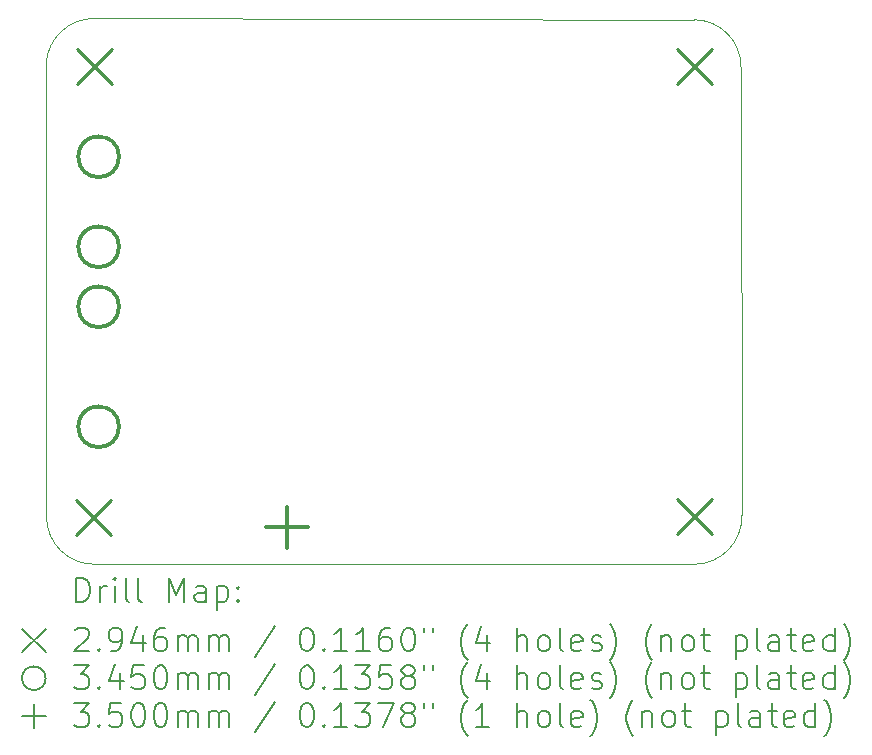
<source format=gbr>
%TF.GenerationSoftware,KiCad,Pcbnew,7.0.7*%
%TF.CreationDate,2023-11-13T23:42:37-06:00*%
%TF.ProjectId,ScienceHeaterElement_2023,53636965-6e63-4654-9865-61746572456c,rev?*%
%TF.SameCoordinates,Original*%
%TF.FileFunction,Drillmap*%
%TF.FilePolarity,Positive*%
%FSLAX45Y45*%
G04 Gerber Fmt 4.5, Leading zero omitted, Abs format (unit mm)*
G04 Created by KiCad (PCBNEW 7.0.7) date 2023-11-13 23:42:37*
%MOMM*%
%LPD*%
G01*
G04 APERTURE LIST*
%ADD10C,0.100000*%
%ADD11C,0.200000*%
%ADD12C,0.294640*%
%ADD13C,0.345000*%
%ADD14C,0.350000*%
G04 APERTURE END LIST*
D10*
X17780000Y-2652000D02*
X12702056Y-2640818D01*
X18176000Y-3050005D02*
X18183990Y-6845992D01*
X18176005Y-3050005D02*
G75*
G03*
X17780000Y-2652000I-396005J1995D01*
G01*
X17779990Y-7262168D02*
G75*
G03*
X18183990Y-6845992I10J404168D01*
G01*
X12295822Y-6858000D02*
G75*
G03*
X12711998Y-7262000I404178J0D01*
G01*
X12295820Y-6858000D02*
X12293690Y-3021276D01*
X12702056Y-2640817D02*
G75*
G03*
X12293690Y-3021276I-2056J-407183D01*
G01*
X17779990Y-7262170D02*
X12711998Y-7262000D01*
D11*
D12*
X12544438Y-6718922D02*
X12839078Y-7013562D01*
X12839078Y-6718922D02*
X12544438Y-7013562D01*
X12552680Y-2900680D02*
X12847320Y-3195320D01*
X12847320Y-2900680D02*
X12552680Y-3195320D01*
X17632680Y-2900680D02*
X17927320Y-3195320D01*
X17927320Y-2900680D02*
X17632680Y-3195320D01*
X17632680Y-6710680D02*
X17927320Y-7005320D01*
X17927320Y-6710680D02*
X17632680Y-7005320D01*
D13*
X12910125Y-3811875D02*
G75*
G03*
X12910125Y-3811875I-172500J0D01*
G01*
X12910125Y-4573875D02*
G75*
G03*
X12910125Y-4573875I-172500J0D01*
G01*
X12910125Y-5081875D02*
G75*
G03*
X12910125Y-5081875I-172500J0D01*
G01*
X12910125Y-6097875D02*
G75*
G03*
X12910125Y-6097875I-172500J0D01*
G01*
D14*
X14333220Y-6774200D02*
X14333220Y-7124200D01*
X14158220Y-6949200D02*
X14508220Y-6949200D01*
D11*
X12549467Y-7578662D02*
X12549467Y-7378662D01*
X12549467Y-7378662D02*
X12597086Y-7378662D01*
X12597086Y-7378662D02*
X12625657Y-7388186D01*
X12625657Y-7388186D02*
X12644705Y-7407233D01*
X12644705Y-7407233D02*
X12654229Y-7426281D01*
X12654229Y-7426281D02*
X12663753Y-7464376D01*
X12663753Y-7464376D02*
X12663753Y-7492948D01*
X12663753Y-7492948D02*
X12654229Y-7531043D01*
X12654229Y-7531043D02*
X12644705Y-7550090D01*
X12644705Y-7550090D02*
X12625657Y-7569138D01*
X12625657Y-7569138D02*
X12597086Y-7578662D01*
X12597086Y-7578662D02*
X12549467Y-7578662D01*
X12749467Y-7578662D02*
X12749467Y-7445328D01*
X12749467Y-7483424D02*
X12758991Y-7464376D01*
X12758991Y-7464376D02*
X12768514Y-7454852D01*
X12768514Y-7454852D02*
X12787562Y-7445328D01*
X12787562Y-7445328D02*
X12806610Y-7445328D01*
X12873276Y-7578662D02*
X12873276Y-7445328D01*
X12873276Y-7378662D02*
X12863753Y-7388186D01*
X12863753Y-7388186D02*
X12873276Y-7397709D01*
X12873276Y-7397709D02*
X12882800Y-7388186D01*
X12882800Y-7388186D02*
X12873276Y-7378662D01*
X12873276Y-7378662D02*
X12873276Y-7397709D01*
X12997086Y-7578662D02*
X12978038Y-7569138D01*
X12978038Y-7569138D02*
X12968514Y-7550090D01*
X12968514Y-7550090D02*
X12968514Y-7378662D01*
X13101848Y-7578662D02*
X13082800Y-7569138D01*
X13082800Y-7569138D02*
X13073276Y-7550090D01*
X13073276Y-7550090D02*
X13073276Y-7378662D01*
X13330419Y-7578662D02*
X13330419Y-7378662D01*
X13330419Y-7378662D02*
X13397086Y-7521519D01*
X13397086Y-7521519D02*
X13463753Y-7378662D01*
X13463753Y-7378662D02*
X13463753Y-7578662D01*
X13644705Y-7578662D02*
X13644705Y-7473900D01*
X13644705Y-7473900D02*
X13635181Y-7454852D01*
X13635181Y-7454852D02*
X13616134Y-7445328D01*
X13616134Y-7445328D02*
X13578038Y-7445328D01*
X13578038Y-7445328D02*
X13558991Y-7454852D01*
X13644705Y-7569138D02*
X13625657Y-7578662D01*
X13625657Y-7578662D02*
X13578038Y-7578662D01*
X13578038Y-7578662D02*
X13558991Y-7569138D01*
X13558991Y-7569138D02*
X13549467Y-7550090D01*
X13549467Y-7550090D02*
X13549467Y-7531043D01*
X13549467Y-7531043D02*
X13558991Y-7511995D01*
X13558991Y-7511995D02*
X13578038Y-7502471D01*
X13578038Y-7502471D02*
X13625657Y-7502471D01*
X13625657Y-7502471D02*
X13644705Y-7492948D01*
X13739943Y-7445328D02*
X13739943Y-7645328D01*
X13739943Y-7454852D02*
X13758991Y-7445328D01*
X13758991Y-7445328D02*
X13797086Y-7445328D01*
X13797086Y-7445328D02*
X13816134Y-7454852D01*
X13816134Y-7454852D02*
X13825657Y-7464376D01*
X13825657Y-7464376D02*
X13835181Y-7483424D01*
X13835181Y-7483424D02*
X13835181Y-7540567D01*
X13835181Y-7540567D02*
X13825657Y-7559614D01*
X13825657Y-7559614D02*
X13816134Y-7569138D01*
X13816134Y-7569138D02*
X13797086Y-7578662D01*
X13797086Y-7578662D02*
X13758991Y-7578662D01*
X13758991Y-7578662D02*
X13739943Y-7569138D01*
X13920895Y-7559614D02*
X13930419Y-7569138D01*
X13930419Y-7569138D02*
X13920895Y-7578662D01*
X13920895Y-7578662D02*
X13911372Y-7569138D01*
X13911372Y-7569138D02*
X13920895Y-7559614D01*
X13920895Y-7559614D02*
X13920895Y-7578662D01*
X13920895Y-7454852D02*
X13930419Y-7464376D01*
X13930419Y-7464376D02*
X13920895Y-7473900D01*
X13920895Y-7473900D02*
X13911372Y-7464376D01*
X13911372Y-7464376D02*
X13920895Y-7454852D01*
X13920895Y-7454852D02*
X13920895Y-7473900D01*
X12088690Y-7807178D02*
X12288690Y-8007178D01*
X12288690Y-7807178D02*
X12088690Y-8007178D01*
X12539943Y-7817709D02*
X12549467Y-7808186D01*
X12549467Y-7808186D02*
X12568514Y-7798662D01*
X12568514Y-7798662D02*
X12616134Y-7798662D01*
X12616134Y-7798662D02*
X12635181Y-7808186D01*
X12635181Y-7808186D02*
X12644705Y-7817709D01*
X12644705Y-7817709D02*
X12654229Y-7836757D01*
X12654229Y-7836757D02*
X12654229Y-7855805D01*
X12654229Y-7855805D02*
X12644705Y-7884376D01*
X12644705Y-7884376D02*
X12530419Y-7998662D01*
X12530419Y-7998662D02*
X12654229Y-7998662D01*
X12739943Y-7979614D02*
X12749467Y-7989138D01*
X12749467Y-7989138D02*
X12739943Y-7998662D01*
X12739943Y-7998662D02*
X12730419Y-7989138D01*
X12730419Y-7989138D02*
X12739943Y-7979614D01*
X12739943Y-7979614D02*
X12739943Y-7998662D01*
X12844705Y-7998662D02*
X12882800Y-7998662D01*
X12882800Y-7998662D02*
X12901848Y-7989138D01*
X12901848Y-7989138D02*
X12911372Y-7979614D01*
X12911372Y-7979614D02*
X12930419Y-7951043D01*
X12930419Y-7951043D02*
X12939943Y-7912948D01*
X12939943Y-7912948D02*
X12939943Y-7836757D01*
X12939943Y-7836757D02*
X12930419Y-7817709D01*
X12930419Y-7817709D02*
X12920895Y-7808186D01*
X12920895Y-7808186D02*
X12901848Y-7798662D01*
X12901848Y-7798662D02*
X12863753Y-7798662D01*
X12863753Y-7798662D02*
X12844705Y-7808186D01*
X12844705Y-7808186D02*
X12835181Y-7817709D01*
X12835181Y-7817709D02*
X12825657Y-7836757D01*
X12825657Y-7836757D02*
X12825657Y-7884376D01*
X12825657Y-7884376D02*
X12835181Y-7903424D01*
X12835181Y-7903424D02*
X12844705Y-7912948D01*
X12844705Y-7912948D02*
X12863753Y-7922471D01*
X12863753Y-7922471D02*
X12901848Y-7922471D01*
X12901848Y-7922471D02*
X12920895Y-7912948D01*
X12920895Y-7912948D02*
X12930419Y-7903424D01*
X12930419Y-7903424D02*
X12939943Y-7884376D01*
X13111372Y-7865328D02*
X13111372Y-7998662D01*
X13063753Y-7789138D02*
X13016134Y-7931995D01*
X13016134Y-7931995D02*
X13139943Y-7931995D01*
X13301848Y-7798662D02*
X13263753Y-7798662D01*
X13263753Y-7798662D02*
X13244705Y-7808186D01*
X13244705Y-7808186D02*
X13235181Y-7817709D01*
X13235181Y-7817709D02*
X13216134Y-7846281D01*
X13216134Y-7846281D02*
X13206610Y-7884376D01*
X13206610Y-7884376D02*
X13206610Y-7960567D01*
X13206610Y-7960567D02*
X13216134Y-7979614D01*
X13216134Y-7979614D02*
X13225657Y-7989138D01*
X13225657Y-7989138D02*
X13244705Y-7998662D01*
X13244705Y-7998662D02*
X13282800Y-7998662D01*
X13282800Y-7998662D02*
X13301848Y-7989138D01*
X13301848Y-7989138D02*
X13311372Y-7979614D01*
X13311372Y-7979614D02*
X13320895Y-7960567D01*
X13320895Y-7960567D02*
X13320895Y-7912948D01*
X13320895Y-7912948D02*
X13311372Y-7893900D01*
X13311372Y-7893900D02*
X13301848Y-7884376D01*
X13301848Y-7884376D02*
X13282800Y-7874852D01*
X13282800Y-7874852D02*
X13244705Y-7874852D01*
X13244705Y-7874852D02*
X13225657Y-7884376D01*
X13225657Y-7884376D02*
X13216134Y-7893900D01*
X13216134Y-7893900D02*
X13206610Y-7912948D01*
X13406610Y-7998662D02*
X13406610Y-7865328D01*
X13406610Y-7884376D02*
X13416134Y-7874852D01*
X13416134Y-7874852D02*
X13435181Y-7865328D01*
X13435181Y-7865328D02*
X13463753Y-7865328D01*
X13463753Y-7865328D02*
X13482800Y-7874852D01*
X13482800Y-7874852D02*
X13492324Y-7893900D01*
X13492324Y-7893900D02*
X13492324Y-7998662D01*
X13492324Y-7893900D02*
X13501848Y-7874852D01*
X13501848Y-7874852D02*
X13520895Y-7865328D01*
X13520895Y-7865328D02*
X13549467Y-7865328D01*
X13549467Y-7865328D02*
X13568515Y-7874852D01*
X13568515Y-7874852D02*
X13578038Y-7893900D01*
X13578038Y-7893900D02*
X13578038Y-7998662D01*
X13673276Y-7998662D02*
X13673276Y-7865328D01*
X13673276Y-7884376D02*
X13682800Y-7874852D01*
X13682800Y-7874852D02*
X13701848Y-7865328D01*
X13701848Y-7865328D02*
X13730419Y-7865328D01*
X13730419Y-7865328D02*
X13749467Y-7874852D01*
X13749467Y-7874852D02*
X13758991Y-7893900D01*
X13758991Y-7893900D02*
X13758991Y-7998662D01*
X13758991Y-7893900D02*
X13768515Y-7874852D01*
X13768515Y-7874852D02*
X13787562Y-7865328D01*
X13787562Y-7865328D02*
X13816134Y-7865328D01*
X13816134Y-7865328D02*
X13835181Y-7874852D01*
X13835181Y-7874852D02*
X13844705Y-7893900D01*
X13844705Y-7893900D02*
X13844705Y-7998662D01*
X14235181Y-7789138D02*
X14063753Y-8046281D01*
X14492324Y-7798662D02*
X14511372Y-7798662D01*
X14511372Y-7798662D02*
X14530419Y-7808186D01*
X14530419Y-7808186D02*
X14539943Y-7817709D01*
X14539943Y-7817709D02*
X14549467Y-7836757D01*
X14549467Y-7836757D02*
X14558991Y-7874852D01*
X14558991Y-7874852D02*
X14558991Y-7922471D01*
X14558991Y-7922471D02*
X14549467Y-7960567D01*
X14549467Y-7960567D02*
X14539943Y-7979614D01*
X14539943Y-7979614D02*
X14530419Y-7989138D01*
X14530419Y-7989138D02*
X14511372Y-7998662D01*
X14511372Y-7998662D02*
X14492324Y-7998662D01*
X14492324Y-7998662D02*
X14473277Y-7989138D01*
X14473277Y-7989138D02*
X14463753Y-7979614D01*
X14463753Y-7979614D02*
X14454229Y-7960567D01*
X14454229Y-7960567D02*
X14444705Y-7922471D01*
X14444705Y-7922471D02*
X14444705Y-7874852D01*
X14444705Y-7874852D02*
X14454229Y-7836757D01*
X14454229Y-7836757D02*
X14463753Y-7817709D01*
X14463753Y-7817709D02*
X14473277Y-7808186D01*
X14473277Y-7808186D02*
X14492324Y-7798662D01*
X14644705Y-7979614D02*
X14654229Y-7989138D01*
X14654229Y-7989138D02*
X14644705Y-7998662D01*
X14644705Y-7998662D02*
X14635181Y-7989138D01*
X14635181Y-7989138D02*
X14644705Y-7979614D01*
X14644705Y-7979614D02*
X14644705Y-7998662D01*
X14844705Y-7998662D02*
X14730419Y-7998662D01*
X14787562Y-7998662D02*
X14787562Y-7798662D01*
X14787562Y-7798662D02*
X14768515Y-7827233D01*
X14768515Y-7827233D02*
X14749467Y-7846281D01*
X14749467Y-7846281D02*
X14730419Y-7855805D01*
X15035181Y-7998662D02*
X14920896Y-7998662D01*
X14978038Y-7998662D02*
X14978038Y-7798662D01*
X14978038Y-7798662D02*
X14958991Y-7827233D01*
X14958991Y-7827233D02*
X14939943Y-7846281D01*
X14939943Y-7846281D02*
X14920896Y-7855805D01*
X15206610Y-7798662D02*
X15168515Y-7798662D01*
X15168515Y-7798662D02*
X15149467Y-7808186D01*
X15149467Y-7808186D02*
X15139943Y-7817709D01*
X15139943Y-7817709D02*
X15120896Y-7846281D01*
X15120896Y-7846281D02*
X15111372Y-7884376D01*
X15111372Y-7884376D02*
X15111372Y-7960567D01*
X15111372Y-7960567D02*
X15120896Y-7979614D01*
X15120896Y-7979614D02*
X15130419Y-7989138D01*
X15130419Y-7989138D02*
X15149467Y-7998662D01*
X15149467Y-7998662D02*
X15187562Y-7998662D01*
X15187562Y-7998662D02*
X15206610Y-7989138D01*
X15206610Y-7989138D02*
X15216134Y-7979614D01*
X15216134Y-7979614D02*
X15225658Y-7960567D01*
X15225658Y-7960567D02*
X15225658Y-7912948D01*
X15225658Y-7912948D02*
X15216134Y-7893900D01*
X15216134Y-7893900D02*
X15206610Y-7884376D01*
X15206610Y-7884376D02*
X15187562Y-7874852D01*
X15187562Y-7874852D02*
X15149467Y-7874852D01*
X15149467Y-7874852D02*
X15130419Y-7884376D01*
X15130419Y-7884376D02*
X15120896Y-7893900D01*
X15120896Y-7893900D02*
X15111372Y-7912948D01*
X15349467Y-7798662D02*
X15368515Y-7798662D01*
X15368515Y-7798662D02*
X15387562Y-7808186D01*
X15387562Y-7808186D02*
X15397086Y-7817709D01*
X15397086Y-7817709D02*
X15406610Y-7836757D01*
X15406610Y-7836757D02*
X15416134Y-7874852D01*
X15416134Y-7874852D02*
X15416134Y-7922471D01*
X15416134Y-7922471D02*
X15406610Y-7960567D01*
X15406610Y-7960567D02*
X15397086Y-7979614D01*
X15397086Y-7979614D02*
X15387562Y-7989138D01*
X15387562Y-7989138D02*
X15368515Y-7998662D01*
X15368515Y-7998662D02*
X15349467Y-7998662D01*
X15349467Y-7998662D02*
X15330419Y-7989138D01*
X15330419Y-7989138D02*
X15320896Y-7979614D01*
X15320896Y-7979614D02*
X15311372Y-7960567D01*
X15311372Y-7960567D02*
X15301848Y-7922471D01*
X15301848Y-7922471D02*
X15301848Y-7874852D01*
X15301848Y-7874852D02*
X15311372Y-7836757D01*
X15311372Y-7836757D02*
X15320896Y-7817709D01*
X15320896Y-7817709D02*
X15330419Y-7808186D01*
X15330419Y-7808186D02*
X15349467Y-7798662D01*
X15492324Y-7798662D02*
X15492324Y-7836757D01*
X15568515Y-7798662D02*
X15568515Y-7836757D01*
X15863753Y-8074852D02*
X15854229Y-8065328D01*
X15854229Y-8065328D02*
X15835181Y-8036757D01*
X15835181Y-8036757D02*
X15825658Y-8017709D01*
X15825658Y-8017709D02*
X15816134Y-7989138D01*
X15816134Y-7989138D02*
X15806610Y-7941519D01*
X15806610Y-7941519D02*
X15806610Y-7903424D01*
X15806610Y-7903424D02*
X15816134Y-7855805D01*
X15816134Y-7855805D02*
X15825658Y-7827233D01*
X15825658Y-7827233D02*
X15835181Y-7808186D01*
X15835181Y-7808186D02*
X15854229Y-7779614D01*
X15854229Y-7779614D02*
X15863753Y-7770090D01*
X16025658Y-7865328D02*
X16025658Y-7998662D01*
X15978039Y-7789138D02*
X15930420Y-7931995D01*
X15930420Y-7931995D02*
X16054229Y-7931995D01*
X16282801Y-7998662D02*
X16282801Y-7798662D01*
X16368515Y-7998662D02*
X16368515Y-7893900D01*
X16368515Y-7893900D02*
X16358991Y-7874852D01*
X16358991Y-7874852D02*
X16339943Y-7865328D01*
X16339943Y-7865328D02*
X16311372Y-7865328D01*
X16311372Y-7865328D02*
X16292324Y-7874852D01*
X16292324Y-7874852D02*
X16282801Y-7884376D01*
X16492324Y-7998662D02*
X16473277Y-7989138D01*
X16473277Y-7989138D02*
X16463753Y-7979614D01*
X16463753Y-7979614D02*
X16454229Y-7960567D01*
X16454229Y-7960567D02*
X16454229Y-7903424D01*
X16454229Y-7903424D02*
X16463753Y-7884376D01*
X16463753Y-7884376D02*
X16473277Y-7874852D01*
X16473277Y-7874852D02*
X16492324Y-7865328D01*
X16492324Y-7865328D02*
X16520896Y-7865328D01*
X16520896Y-7865328D02*
X16539943Y-7874852D01*
X16539943Y-7874852D02*
X16549467Y-7884376D01*
X16549467Y-7884376D02*
X16558991Y-7903424D01*
X16558991Y-7903424D02*
X16558991Y-7960567D01*
X16558991Y-7960567D02*
X16549467Y-7979614D01*
X16549467Y-7979614D02*
X16539943Y-7989138D01*
X16539943Y-7989138D02*
X16520896Y-7998662D01*
X16520896Y-7998662D02*
X16492324Y-7998662D01*
X16673277Y-7998662D02*
X16654229Y-7989138D01*
X16654229Y-7989138D02*
X16644705Y-7970090D01*
X16644705Y-7970090D02*
X16644705Y-7798662D01*
X16825658Y-7989138D02*
X16806610Y-7998662D01*
X16806610Y-7998662D02*
X16768515Y-7998662D01*
X16768515Y-7998662D02*
X16749467Y-7989138D01*
X16749467Y-7989138D02*
X16739943Y-7970090D01*
X16739943Y-7970090D02*
X16739943Y-7893900D01*
X16739943Y-7893900D02*
X16749467Y-7874852D01*
X16749467Y-7874852D02*
X16768515Y-7865328D01*
X16768515Y-7865328D02*
X16806610Y-7865328D01*
X16806610Y-7865328D02*
X16825658Y-7874852D01*
X16825658Y-7874852D02*
X16835182Y-7893900D01*
X16835182Y-7893900D02*
X16835182Y-7912948D01*
X16835182Y-7912948D02*
X16739943Y-7931995D01*
X16911372Y-7989138D02*
X16930420Y-7998662D01*
X16930420Y-7998662D02*
X16968515Y-7998662D01*
X16968515Y-7998662D02*
X16987563Y-7989138D01*
X16987563Y-7989138D02*
X16997086Y-7970090D01*
X16997086Y-7970090D02*
X16997086Y-7960567D01*
X16997086Y-7960567D02*
X16987563Y-7941519D01*
X16987563Y-7941519D02*
X16968515Y-7931995D01*
X16968515Y-7931995D02*
X16939944Y-7931995D01*
X16939944Y-7931995D02*
X16920896Y-7922471D01*
X16920896Y-7922471D02*
X16911372Y-7903424D01*
X16911372Y-7903424D02*
X16911372Y-7893900D01*
X16911372Y-7893900D02*
X16920896Y-7874852D01*
X16920896Y-7874852D02*
X16939944Y-7865328D01*
X16939944Y-7865328D02*
X16968515Y-7865328D01*
X16968515Y-7865328D02*
X16987563Y-7874852D01*
X17063753Y-8074852D02*
X17073277Y-8065328D01*
X17073277Y-8065328D02*
X17092325Y-8036757D01*
X17092325Y-8036757D02*
X17101848Y-8017709D01*
X17101848Y-8017709D02*
X17111372Y-7989138D01*
X17111372Y-7989138D02*
X17120896Y-7941519D01*
X17120896Y-7941519D02*
X17120896Y-7903424D01*
X17120896Y-7903424D02*
X17111372Y-7855805D01*
X17111372Y-7855805D02*
X17101848Y-7827233D01*
X17101848Y-7827233D02*
X17092325Y-7808186D01*
X17092325Y-7808186D02*
X17073277Y-7779614D01*
X17073277Y-7779614D02*
X17063753Y-7770090D01*
X17425658Y-8074852D02*
X17416134Y-8065328D01*
X17416134Y-8065328D02*
X17397086Y-8036757D01*
X17397086Y-8036757D02*
X17387563Y-8017709D01*
X17387563Y-8017709D02*
X17378039Y-7989138D01*
X17378039Y-7989138D02*
X17368515Y-7941519D01*
X17368515Y-7941519D02*
X17368515Y-7903424D01*
X17368515Y-7903424D02*
X17378039Y-7855805D01*
X17378039Y-7855805D02*
X17387563Y-7827233D01*
X17387563Y-7827233D02*
X17397086Y-7808186D01*
X17397086Y-7808186D02*
X17416134Y-7779614D01*
X17416134Y-7779614D02*
X17425658Y-7770090D01*
X17501848Y-7865328D02*
X17501848Y-7998662D01*
X17501848Y-7884376D02*
X17511372Y-7874852D01*
X17511372Y-7874852D02*
X17530420Y-7865328D01*
X17530420Y-7865328D02*
X17558991Y-7865328D01*
X17558991Y-7865328D02*
X17578039Y-7874852D01*
X17578039Y-7874852D02*
X17587563Y-7893900D01*
X17587563Y-7893900D02*
X17587563Y-7998662D01*
X17711372Y-7998662D02*
X17692325Y-7989138D01*
X17692325Y-7989138D02*
X17682801Y-7979614D01*
X17682801Y-7979614D02*
X17673277Y-7960567D01*
X17673277Y-7960567D02*
X17673277Y-7903424D01*
X17673277Y-7903424D02*
X17682801Y-7884376D01*
X17682801Y-7884376D02*
X17692325Y-7874852D01*
X17692325Y-7874852D02*
X17711372Y-7865328D01*
X17711372Y-7865328D02*
X17739944Y-7865328D01*
X17739944Y-7865328D02*
X17758991Y-7874852D01*
X17758991Y-7874852D02*
X17768515Y-7884376D01*
X17768515Y-7884376D02*
X17778039Y-7903424D01*
X17778039Y-7903424D02*
X17778039Y-7960567D01*
X17778039Y-7960567D02*
X17768515Y-7979614D01*
X17768515Y-7979614D02*
X17758991Y-7989138D01*
X17758991Y-7989138D02*
X17739944Y-7998662D01*
X17739944Y-7998662D02*
X17711372Y-7998662D01*
X17835182Y-7865328D02*
X17911372Y-7865328D01*
X17863753Y-7798662D02*
X17863753Y-7970090D01*
X17863753Y-7970090D02*
X17873277Y-7989138D01*
X17873277Y-7989138D02*
X17892325Y-7998662D01*
X17892325Y-7998662D02*
X17911372Y-7998662D01*
X18130420Y-7865328D02*
X18130420Y-8065328D01*
X18130420Y-7874852D02*
X18149467Y-7865328D01*
X18149467Y-7865328D02*
X18187563Y-7865328D01*
X18187563Y-7865328D02*
X18206610Y-7874852D01*
X18206610Y-7874852D02*
X18216134Y-7884376D01*
X18216134Y-7884376D02*
X18225658Y-7903424D01*
X18225658Y-7903424D02*
X18225658Y-7960567D01*
X18225658Y-7960567D02*
X18216134Y-7979614D01*
X18216134Y-7979614D02*
X18206610Y-7989138D01*
X18206610Y-7989138D02*
X18187563Y-7998662D01*
X18187563Y-7998662D02*
X18149467Y-7998662D01*
X18149467Y-7998662D02*
X18130420Y-7989138D01*
X18339944Y-7998662D02*
X18320896Y-7989138D01*
X18320896Y-7989138D02*
X18311372Y-7970090D01*
X18311372Y-7970090D02*
X18311372Y-7798662D01*
X18501848Y-7998662D02*
X18501848Y-7893900D01*
X18501848Y-7893900D02*
X18492325Y-7874852D01*
X18492325Y-7874852D02*
X18473277Y-7865328D01*
X18473277Y-7865328D02*
X18435182Y-7865328D01*
X18435182Y-7865328D02*
X18416134Y-7874852D01*
X18501848Y-7989138D02*
X18482801Y-7998662D01*
X18482801Y-7998662D02*
X18435182Y-7998662D01*
X18435182Y-7998662D02*
X18416134Y-7989138D01*
X18416134Y-7989138D02*
X18406610Y-7970090D01*
X18406610Y-7970090D02*
X18406610Y-7951043D01*
X18406610Y-7951043D02*
X18416134Y-7931995D01*
X18416134Y-7931995D02*
X18435182Y-7922471D01*
X18435182Y-7922471D02*
X18482801Y-7922471D01*
X18482801Y-7922471D02*
X18501848Y-7912948D01*
X18568515Y-7865328D02*
X18644706Y-7865328D01*
X18597087Y-7798662D02*
X18597087Y-7970090D01*
X18597087Y-7970090D02*
X18606610Y-7989138D01*
X18606610Y-7989138D02*
X18625658Y-7998662D01*
X18625658Y-7998662D02*
X18644706Y-7998662D01*
X18787563Y-7989138D02*
X18768515Y-7998662D01*
X18768515Y-7998662D02*
X18730420Y-7998662D01*
X18730420Y-7998662D02*
X18711372Y-7989138D01*
X18711372Y-7989138D02*
X18701848Y-7970090D01*
X18701848Y-7970090D02*
X18701848Y-7893900D01*
X18701848Y-7893900D02*
X18711372Y-7874852D01*
X18711372Y-7874852D02*
X18730420Y-7865328D01*
X18730420Y-7865328D02*
X18768515Y-7865328D01*
X18768515Y-7865328D02*
X18787563Y-7874852D01*
X18787563Y-7874852D02*
X18797087Y-7893900D01*
X18797087Y-7893900D02*
X18797087Y-7912948D01*
X18797087Y-7912948D02*
X18701848Y-7931995D01*
X18968515Y-7998662D02*
X18968515Y-7798662D01*
X18968515Y-7989138D02*
X18949468Y-7998662D01*
X18949468Y-7998662D02*
X18911372Y-7998662D01*
X18911372Y-7998662D02*
X18892325Y-7989138D01*
X18892325Y-7989138D02*
X18882801Y-7979614D01*
X18882801Y-7979614D02*
X18873277Y-7960567D01*
X18873277Y-7960567D02*
X18873277Y-7903424D01*
X18873277Y-7903424D02*
X18882801Y-7884376D01*
X18882801Y-7884376D02*
X18892325Y-7874852D01*
X18892325Y-7874852D02*
X18911372Y-7865328D01*
X18911372Y-7865328D02*
X18949468Y-7865328D01*
X18949468Y-7865328D02*
X18968515Y-7874852D01*
X19044706Y-8074852D02*
X19054229Y-8065328D01*
X19054229Y-8065328D02*
X19073277Y-8036757D01*
X19073277Y-8036757D02*
X19082801Y-8017709D01*
X19082801Y-8017709D02*
X19092325Y-7989138D01*
X19092325Y-7989138D02*
X19101848Y-7941519D01*
X19101848Y-7941519D02*
X19101848Y-7903424D01*
X19101848Y-7903424D02*
X19092325Y-7855805D01*
X19092325Y-7855805D02*
X19082801Y-7827233D01*
X19082801Y-7827233D02*
X19073277Y-7808186D01*
X19073277Y-7808186D02*
X19054229Y-7779614D01*
X19054229Y-7779614D02*
X19044706Y-7770090D01*
X12288690Y-8227178D02*
G75*
G03*
X12288690Y-8227178I-100000J0D01*
G01*
X12530419Y-8118662D02*
X12654229Y-8118662D01*
X12654229Y-8118662D02*
X12587562Y-8194852D01*
X12587562Y-8194852D02*
X12616134Y-8194852D01*
X12616134Y-8194852D02*
X12635181Y-8204376D01*
X12635181Y-8204376D02*
X12644705Y-8213900D01*
X12644705Y-8213900D02*
X12654229Y-8232948D01*
X12654229Y-8232948D02*
X12654229Y-8280567D01*
X12654229Y-8280567D02*
X12644705Y-8299614D01*
X12644705Y-8299614D02*
X12635181Y-8309138D01*
X12635181Y-8309138D02*
X12616134Y-8318662D01*
X12616134Y-8318662D02*
X12558991Y-8318662D01*
X12558991Y-8318662D02*
X12539943Y-8309138D01*
X12539943Y-8309138D02*
X12530419Y-8299614D01*
X12739943Y-8299614D02*
X12749467Y-8309138D01*
X12749467Y-8309138D02*
X12739943Y-8318662D01*
X12739943Y-8318662D02*
X12730419Y-8309138D01*
X12730419Y-8309138D02*
X12739943Y-8299614D01*
X12739943Y-8299614D02*
X12739943Y-8318662D01*
X12920895Y-8185328D02*
X12920895Y-8318662D01*
X12873276Y-8109138D02*
X12825657Y-8251995D01*
X12825657Y-8251995D02*
X12949467Y-8251995D01*
X13120895Y-8118662D02*
X13025657Y-8118662D01*
X13025657Y-8118662D02*
X13016134Y-8213900D01*
X13016134Y-8213900D02*
X13025657Y-8204376D01*
X13025657Y-8204376D02*
X13044705Y-8194852D01*
X13044705Y-8194852D02*
X13092324Y-8194852D01*
X13092324Y-8194852D02*
X13111372Y-8204376D01*
X13111372Y-8204376D02*
X13120895Y-8213900D01*
X13120895Y-8213900D02*
X13130419Y-8232948D01*
X13130419Y-8232948D02*
X13130419Y-8280567D01*
X13130419Y-8280567D02*
X13120895Y-8299614D01*
X13120895Y-8299614D02*
X13111372Y-8309138D01*
X13111372Y-8309138D02*
X13092324Y-8318662D01*
X13092324Y-8318662D02*
X13044705Y-8318662D01*
X13044705Y-8318662D02*
X13025657Y-8309138D01*
X13025657Y-8309138D02*
X13016134Y-8299614D01*
X13254229Y-8118662D02*
X13273276Y-8118662D01*
X13273276Y-8118662D02*
X13292324Y-8128186D01*
X13292324Y-8128186D02*
X13301848Y-8137709D01*
X13301848Y-8137709D02*
X13311372Y-8156757D01*
X13311372Y-8156757D02*
X13320895Y-8194852D01*
X13320895Y-8194852D02*
X13320895Y-8242471D01*
X13320895Y-8242471D02*
X13311372Y-8280567D01*
X13311372Y-8280567D02*
X13301848Y-8299614D01*
X13301848Y-8299614D02*
X13292324Y-8309138D01*
X13292324Y-8309138D02*
X13273276Y-8318662D01*
X13273276Y-8318662D02*
X13254229Y-8318662D01*
X13254229Y-8318662D02*
X13235181Y-8309138D01*
X13235181Y-8309138D02*
X13225657Y-8299614D01*
X13225657Y-8299614D02*
X13216134Y-8280567D01*
X13216134Y-8280567D02*
X13206610Y-8242471D01*
X13206610Y-8242471D02*
X13206610Y-8194852D01*
X13206610Y-8194852D02*
X13216134Y-8156757D01*
X13216134Y-8156757D02*
X13225657Y-8137709D01*
X13225657Y-8137709D02*
X13235181Y-8128186D01*
X13235181Y-8128186D02*
X13254229Y-8118662D01*
X13406610Y-8318662D02*
X13406610Y-8185328D01*
X13406610Y-8204376D02*
X13416134Y-8194852D01*
X13416134Y-8194852D02*
X13435181Y-8185328D01*
X13435181Y-8185328D02*
X13463753Y-8185328D01*
X13463753Y-8185328D02*
X13482800Y-8194852D01*
X13482800Y-8194852D02*
X13492324Y-8213900D01*
X13492324Y-8213900D02*
X13492324Y-8318662D01*
X13492324Y-8213900D02*
X13501848Y-8194852D01*
X13501848Y-8194852D02*
X13520895Y-8185328D01*
X13520895Y-8185328D02*
X13549467Y-8185328D01*
X13549467Y-8185328D02*
X13568515Y-8194852D01*
X13568515Y-8194852D02*
X13578038Y-8213900D01*
X13578038Y-8213900D02*
X13578038Y-8318662D01*
X13673276Y-8318662D02*
X13673276Y-8185328D01*
X13673276Y-8204376D02*
X13682800Y-8194852D01*
X13682800Y-8194852D02*
X13701848Y-8185328D01*
X13701848Y-8185328D02*
X13730419Y-8185328D01*
X13730419Y-8185328D02*
X13749467Y-8194852D01*
X13749467Y-8194852D02*
X13758991Y-8213900D01*
X13758991Y-8213900D02*
X13758991Y-8318662D01*
X13758991Y-8213900D02*
X13768515Y-8194852D01*
X13768515Y-8194852D02*
X13787562Y-8185328D01*
X13787562Y-8185328D02*
X13816134Y-8185328D01*
X13816134Y-8185328D02*
X13835181Y-8194852D01*
X13835181Y-8194852D02*
X13844705Y-8213900D01*
X13844705Y-8213900D02*
X13844705Y-8318662D01*
X14235181Y-8109138D02*
X14063753Y-8366281D01*
X14492324Y-8118662D02*
X14511372Y-8118662D01*
X14511372Y-8118662D02*
X14530419Y-8128186D01*
X14530419Y-8128186D02*
X14539943Y-8137709D01*
X14539943Y-8137709D02*
X14549467Y-8156757D01*
X14549467Y-8156757D02*
X14558991Y-8194852D01*
X14558991Y-8194852D02*
X14558991Y-8242471D01*
X14558991Y-8242471D02*
X14549467Y-8280567D01*
X14549467Y-8280567D02*
X14539943Y-8299614D01*
X14539943Y-8299614D02*
X14530419Y-8309138D01*
X14530419Y-8309138D02*
X14511372Y-8318662D01*
X14511372Y-8318662D02*
X14492324Y-8318662D01*
X14492324Y-8318662D02*
X14473277Y-8309138D01*
X14473277Y-8309138D02*
X14463753Y-8299614D01*
X14463753Y-8299614D02*
X14454229Y-8280567D01*
X14454229Y-8280567D02*
X14444705Y-8242471D01*
X14444705Y-8242471D02*
X14444705Y-8194852D01*
X14444705Y-8194852D02*
X14454229Y-8156757D01*
X14454229Y-8156757D02*
X14463753Y-8137709D01*
X14463753Y-8137709D02*
X14473277Y-8128186D01*
X14473277Y-8128186D02*
X14492324Y-8118662D01*
X14644705Y-8299614D02*
X14654229Y-8309138D01*
X14654229Y-8309138D02*
X14644705Y-8318662D01*
X14644705Y-8318662D02*
X14635181Y-8309138D01*
X14635181Y-8309138D02*
X14644705Y-8299614D01*
X14644705Y-8299614D02*
X14644705Y-8318662D01*
X14844705Y-8318662D02*
X14730419Y-8318662D01*
X14787562Y-8318662D02*
X14787562Y-8118662D01*
X14787562Y-8118662D02*
X14768515Y-8147233D01*
X14768515Y-8147233D02*
X14749467Y-8166281D01*
X14749467Y-8166281D02*
X14730419Y-8175805D01*
X14911372Y-8118662D02*
X15035181Y-8118662D01*
X15035181Y-8118662D02*
X14968515Y-8194852D01*
X14968515Y-8194852D02*
X14997086Y-8194852D01*
X14997086Y-8194852D02*
X15016134Y-8204376D01*
X15016134Y-8204376D02*
X15025658Y-8213900D01*
X15025658Y-8213900D02*
X15035181Y-8232948D01*
X15035181Y-8232948D02*
X15035181Y-8280567D01*
X15035181Y-8280567D02*
X15025658Y-8299614D01*
X15025658Y-8299614D02*
X15016134Y-8309138D01*
X15016134Y-8309138D02*
X14997086Y-8318662D01*
X14997086Y-8318662D02*
X14939943Y-8318662D01*
X14939943Y-8318662D02*
X14920896Y-8309138D01*
X14920896Y-8309138D02*
X14911372Y-8299614D01*
X15216134Y-8118662D02*
X15120896Y-8118662D01*
X15120896Y-8118662D02*
X15111372Y-8213900D01*
X15111372Y-8213900D02*
X15120896Y-8204376D01*
X15120896Y-8204376D02*
X15139943Y-8194852D01*
X15139943Y-8194852D02*
X15187562Y-8194852D01*
X15187562Y-8194852D02*
X15206610Y-8204376D01*
X15206610Y-8204376D02*
X15216134Y-8213900D01*
X15216134Y-8213900D02*
X15225658Y-8232948D01*
X15225658Y-8232948D02*
X15225658Y-8280567D01*
X15225658Y-8280567D02*
X15216134Y-8299614D01*
X15216134Y-8299614D02*
X15206610Y-8309138D01*
X15206610Y-8309138D02*
X15187562Y-8318662D01*
X15187562Y-8318662D02*
X15139943Y-8318662D01*
X15139943Y-8318662D02*
X15120896Y-8309138D01*
X15120896Y-8309138D02*
X15111372Y-8299614D01*
X15339943Y-8204376D02*
X15320896Y-8194852D01*
X15320896Y-8194852D02*
X15311372Y-8185328D01*
X15311372Y-8185328D02*
X15301848Y-8166281D01*
X15301848Y-8166281D02*
X15301848Y-8156757D01*
X15301848Y-8156757D02*
X15311372Y-8137709D01*
X15311372Y-8137709D02*
X15320896Y-8128186D01*
X15320896Y-8128186D02*
X15339943Y-8118662D01*
X15339943Y-8118662D02*
X15378039Y-8118662D01*
X15378039Y-8118662D02*
X15397086Y-8128186D01*
X15397086Y-8128186D02*
X15406610Y-8137709D01*
X15406610Y-8137709D02*
X15416134Y-8156757D01*
X15416134Y-8156757D02*
X15416134Y-8166281D01*
X15416134Y-8166281D02*
X15406610Y-8185328D01*
X15406610Y-8185328D02*
X15397086Y-8194852D01*
X15397086Y-8194852D02*
X15378039Y-8204376D01*
X15378039Y-8204376D02*
X15339943Y-8204376D01*
X15339943Y-8204376D02*
X15320896Y-8213900D01*
X15320896Y-8213900D02*
X15311372Y-8223424D01*
X15311372Y-8223424D02*
X15301848Y-8242471D01*
X15301848Y-8242471D02*
X15301848Y-8280567D01*
X15301848Y-8280567D02*
X15311372Y-8299614D01*
X15311372Y-8299614D02*
X15320896Y-8309138D01*
X15320896Y-8309138D02*
X15339943Y-8318662D01*
X15339943Y-8318662D02*
X15378039Y-8318662D01*
X15378039Y-8318662D02*
X15397086Y-8309138D01*
X15397086Y-8309138D02*
X15406610Y-8299614D01*
X15406610Y-8299614D02*
X15416134Y-8280567D01*
X15416134Y-8280567D02*
X15416134Y-8242471D01*
X15416134Y-8242471D02*
X15406610Y-8223424D01*
X15406610Y-8223424D02*
X15397086Y-8213900D01*
X15397086Y-8213900D02*
X15378039Y-8204376D01*
X15492324Y-8118662D02*
X15492324Y-8156757D01*
X15568515Y-8118662D02*
X15568515Y-8156757D01*
X15863753Y-8394852D02*
X15854229Y-8385328D01*
X15854229Y-8385328D02*
X15835181Y-8356757D01*
X15835181Y-8356757D02*
X15825658Y-8337709D01*
X15825658Y-8337709D02*
X15816134Y-8309138D01*
X15816134Y-8309138D02*
X15806610Y-8261519D01*
X15806610Y-8261519D02*
X15806610Y-8223424D01*
X15806610Y-8223424D02*
X15816134Y-8175805D01*
X15816134Y-8175805D02*
X15825658Y-8147233D01*
X15825658Y-8147233D02*
X15835181Y-8128186D01*
X15835181Y-8128186D02*
X15854229Y-8099614D01*
X15854229Y-8099614D02*
X15863753Y-8090090D01*
X16025658Y-8185328D02*
X16025658Y-8318662D01*
X15978039Y-8109138D02*
X15930420Y-8251995D01*
X15930420Y-8251995D02*
X16054229Y-8251995D01*
X16282801Y-8318662D02*
X16282801Y-8118662D01*
X16368515Y-8318662D02*
X16368515Y-8213900D01*
X16368515Y-8213900D02*
X16358991Y-8194852D01*
X16358991Y-8194852D02*
X16339943Y-8185328D01*
X16339943Y-8185328D02*
X16311372Y-8185328D01*
X16311372Y-8185328D02*
X16292324Y-8194852D01*
X16292324Y-8194852D02*
X16282801Y-8204376D01*
X16492324Y-8318662D02*
X16473277Y-8309138D01*
X16473277Y-8309138D02*
X16463753Y-8299614D01*
X16463753Y-8299614D02*
X16454229Y-8280567D01*
X16454229Y-8280567D02*
X16454229Y-8223424D01*
X16454229Y-8223424D02*
X16463753Y-8204376D01*
X16463753Y-8204376D02*
X16473277Y-8194852D01*
X16473277Y-8194852D02*
X16492324Y-8185328D01*
X16492324Y-8185328D02*
X16520896Y-8185328D01*
X16520896Y-8185328D02*
X16539943Y-8194852D01*
X16539943Y-8194852D02*
X16549467Y-8204376D01*
X16549467Y-8204376D02*
X16558991Y-8223424D01*
X16558991Y-8223424D02*
X16558991Y-8280567D01*
X16558991Y-8280567D02*
X16549467Y-8299614D01*
X16549467Y-8299614D02*
X16539943Y-8309138D01*
X16539943Y-8309138D02*
X16520896Y-8318662D01*
X16520896Y-8318662D02*
X16492324Y-8318662D01*
X16673277Y-8318662D02*
X16654229Y-8309138D01*
X16654229Y-8309138D02*
X16644705Y-8290090D01*
X16644705Y-8290090D02*
X16644705Y-8118662D01*
X16825658Y-8309138D02*
X16806610Y-8318662D01*
X16806610Y-8318662D02*
X16768515Y-8318662D01*
X16768515Y-8318662D02*
X16749467Y-8309138D01*
X16749467Y-8309138D02*
X16739943Y-8290090D01*
X16739943Y-8290090D02*
X16739943Y-8213900D01*
X16739943Y-8213900D02*
X16749467Y-8194852D01*
X16749467Y-8194852D02*
X16768515Y-8185328D01*
X16768515Y-8185328D02*
X16806610Y-8185328D01*
X16806610Y-8185328D02*
X16825658Y-8194852D01*
X16825658Y-8194852D02*
X16835182Y-8213900D01*
X16835182Y-8213900D02*
X16835182Y-8232948D01*
X16835182Y-8232948D02*
X16739943Y-8251995D01*
X16911372Y-8309138D02*
X16930420Y-8318662D01*
X16930420Y-8318662D02*
X16968515Y-8318662D01*
X16968515Y-8318662D02*
X16987563Y-8309138D01*
X16987563Y-8309138D02*
X16997086Y-8290090D01*
X16997086Y-8290090D02*
X16997086Y-8280567D01*
X16997086Y-8280567D02*
X16987563Y-8261519D01*
X16987563Y-8261519D02*
X16968515Y-8251995D01*
X16968515Y-8251995D02*
X16939944Y-8251995D01*
X16939944Y-8251995D02*
X16920896Y-8242471D01*
X16920896Y-8242471D02*
X16911372Y-8223424D01*
X16911372Y-8223424D02*
X16911372Y-8213900D01*
X16911372Y-8213900D02*
X16920896Y-8194852D01*
X16920896Y-8194852D02*
X16939944Y-8185328D01*
X16939944Y-8185328D02*
X16968515Y-8185328D01*
X16968515Y-8185328D02*
X16987563Y-8194852D01*
X17063753Y-8394852D02*
X17073277Y-8385328D01*
X17073277Y-8385328D02*
X17092325Y-8356757D01*
X17092325Y-8356757D02*
X17101848Y-8337709D01*
X17101848Y-8337709D02*
X17111372Y-8309138D01*
X17111372Y-8309138D02*
X17120896Y-8261519D01*
X17120896Y-8261519D02*
X17120896Y-8223424D01*
X17120896Y-8223424D02*
X17111372Y-8175805D01*
X17111372Y-8175805D02*
X17101848Y-8147233D01*
X17101848Y-8147233D02*
X17092325Y-8128186D01*
X17092325Y-8128186D02*
X17073277Y-8099614D01*
X17073277Y-8099614D02*
X17063753Y-8090090D01*
X17425658Y-8394852D02*
X17416134Y-8385328D01*
X17416134Y-8385328D02*
X17397086Y-8356757D01*
X17397086Y-8356757D02*
X17387563Y-8337709D01*
X17387563Y-8337709D02*
X17378039Y-8309138D01*
X17378039Y-8309138D02*
X17368515Y-8261519D01*
X17368515Y-8261519D02*
X17368515Y-8223424D01*
X17368515Y-8223424D02*
X17378039Y-8175805D01*
X17378039Y-8175805D02*
X17387563Y-8147233D01*
X17387563Y-8147233D02*
X17397086Y-8128186D01*
X17397086Y-8128186D02*
X17416134Y-8099614D01*
X17416134Y-8099614D02*
X17425658Y-8090090D01*
X17501848Y-8185328D02*
X17501848Y-8318662D01*
X17501848Y-8204376D02*
X17511372Y-8194852D01*
X17511372Y-8194852D02*
X17530420Y-8185328D01*
X17530420Y-8185328D02*
X17558991Y-8185328D01*
X17558991Y-8185328D02*
X17578039Y-8194852D01*
X17578039Y-8194852D02*
X17587563Y-8213900D01*
X17587563Y-8213900D02*
X17587563Y-8318662D01*
X17711372Y-8318662D02*
X17692325Y-8309138D01*
X17692325Y-8309138D02*
X17682801Y-8299614D01*
X17682801Y-8299614D02*
X17673277Y-8280567D01*
X17673277Y-8280567D02*
X17673277Y-8223424D01*
X17673277Y-8223424D02*
X17682801Y-8204376D01*
X17682801Y-8204376D02*
X17692325Y-8194852D01*
X17692325Y-8194852D02*
X17711372Y-8185328D01*
X17711372Y-8185328D02*
X17739944Y-8185328D01*
X17739944Y-8185328D02*
X17758991Y-8194852D01*
X17758991Y-8194852D02*
X17768515Y-8204376D01*
X17768515Y-8204376D02*
X17778039Y-8223424D01*
X17778039Y-8223424D02*
X17778039Y-8280567D01*
X17778039Y-8280567D02*
X17768515Y-8299614D01*
X17768515Y-8299614D02*
X17758991Y-8309138D01*
X17758991Y-8309138D02*
X17739944Y-8318662D01*
X17739944Y-8318662D02*
X17711372Y-8318662D01*
X17835182Y-8185328D02*
X17911372Y-8185328D01*
X17863753Y-8118662D02*
X17863753Y-8290090D01*
X17863753Y-8290090D02*
X17873277Y-8309138D01*
X17873277Y-8309138D02*
X17892325Y-8318662D01*
X17892325Y-8318662D02*
X17911372Y-8318662D01*
X18130420Y-8185328D02*
X18130420Y-8385328D01*
X18130420Y-8194852D02*
X18149467Y-8185328D01*
X18149467Y-8185328D02*
X18187563Y-8185328D01*
X18187563Y-8185328D02*
X18206610Y-8194852D01*
X18206610Y-8194852D02*
X18216134Y-8204376D01*
X18216134Y-8204376D02*
X18225658Y-8223424D01*
X18225658Y-8223424D02*
X18225658Y-8280567D01*
X18225658Y-8280567D02*
X18216134Y-8299614D01*
X18216134Y-8299614D02*
X18206610Y-8309138D01*
X18206610Y-8309138D02*
X18187563Y-8318662D01*
X18187563Y-8318662D02*
X18149467Y-8318662D01*
X18149467Y-8318662D02*
X18130420Y-8309138D01*
X18339944Y-8318662D02*
X18320896Y-8309138D01*
X18320896Y-8309138D02*
X18311372Y-8290090D01*
X18311372Y-8290090D02*
X18311372Y-8118662D01*
X18501848Y-8318662D02*
X18501848Y-8213900D01*
X18501848Y-8213900D02*
X18492325Y-8194852D01*
X18492325Y-8194852D02*
X18473277Y-8185328D01*
X18473277Y-8185328D02*
X18435182Y-8185328D01*
X18435182Y-8185328D02*
X18416134Y-8194852D01*
X18501848Y-8309138D02*
X18482801Y-8318662D01*
X18482801Y-8318662D02*
X18435182Y-8318662D01*
X18435182Y-8318662D02*
X18416134Y-8309138D01*
X18416134Y-8309138D02*
X18406610Y-8290090D01*
X18406610Y-8290090D02*
X18406610Y-8271043D01*
X18406610Y-8271043D02*
X18416134Y-8251995D01*
X18416134Y-8251995D02*
X18435182Y-8242471D01*
X18435182Y-8242471D02*
X18482801Y-8242471D01*
X18482801Y-8242471D02*
X18501848Y-8232948D01*
X18568515Y-8185328D02*
X18644706Y-8185328D01*
X18597087Y-8118662D02*
X18597087Y-8290090D01*
X18597087Y-8290090D02*
X18606610Y-8309138D01*
X18606610Y-8309138D02*
X18625658Y-8318662D01*
X18625658Y-8318662D02*
X18644706Y-8318662D01*
X18787563Y-8309138D02*
X18768515Y-8318662D01*
X18768515Y-8318662D02*
X18730420Y-8318662D01*
X18730420Y-8318662D02*
X18711372Y-8309138D01*
X18711372Y-8309138D02*
X18701848Y-8290090D01*
X18701848Y-8290090D02*
X18701848Y-8213900D01*
X18701848Y-8213900D02*
X18711372Y-8194852D01*
X18711372Y-8194852D02*
X18730420Y-8185328D01*
X18730420Y-8185328D02*
X18768515Y-8185328D01*
X18768515Y-8185328D02*
X18787563Y-8194852D01*
X18787563Y-8194852D02*
X18797087Y-8213900D01*
X18797087Y-8213900D02*
X18797087Y-8232948D01*
X18797087Y-8232948D02*
X18701848Y-8251995D01*
X18968515Y-8318662D02*
X18968515Y-8118662D01*
X18968515Y-8309138D02*
X18949468Y-8318662D01*
X18949468Y-8318662D02*
X18911372Y-8318662D01*
X18911372Y-8318662D02*
X18892325Y-8309138D01*
X18892325Y-8309138D02*
X18882801Y-8299614D01*
X18882801Y-8299614D02*
X18873277Y-8280567D01*
X18873277Y-8280567D02*
X18873277Y-8223424D01*
X18873277Y-8223424D02*
X18882801Y-8204376D01*
X18882801Y-8204376D02*
X18892325Y-8194852D01*
X18892325Y-8194852D02*
X18911372Y-8185328D01*
X18911372Y-8185328D02*
X18949468Y-8185328D01*
X18949468Y-8185328D02*
X18968515Y-8194852D01*
X19044706Y-8394852D02*
X19054229Y-8385328D01*
X19054229Y-8385328D02*
X19073277Y-8356757D01*
X19073277Y-8356757D02*
X19082801Y-8337709D01*
X19082801Y-8337709D02*
X19092325Y-8309138D01*
X19092325Y-8309138D02*
X19101848Y-8261519D01*
X19101848Y-8261519D02*
X19101848Y-8223424D01*
X19101848Y-8223424D02*
X19092325Y-8175805D01*
X19092325Y-8175805D02*
X19082801Y-8147233D01*
X19082801Y-8147233D02*
X19073277Y-8128186D01*
X19073277Y-8128186D02*
X19054229Y-8099614D01*
X19054229Y-8099614D02*
X19044706Y-8090090D01*
X12188690Y-8447178D02*
X12188690Y-8647178D01*
X12088690Y-8547178D02*
X12288690Y-8547178D01*
X12530419Y-8438662D02*
X12654229Y-8438662D01*
X12654229Y-8438662D02*
X12587562Y-8514852D01*
X12587562Y-8514852D02*
X12616134Y-8514852D01*
X12616134Y-8514852D02*
X12635181Y-8524376D01*
X12635181Y-8524376D02*
X12644705Y-8533900D01*
X12644705Y-8533900D02*
X12654229Y-8552948D01*
X12654229Y-8552948D02*
X12654229Y-8600567D01*
X12654229Y-8600567D02*
X12644705Y-8619614D01*
X12644705Y-8619614D02*
X12635181Y-8629138D01*
X12635181Y-8629138D02*
X12616134Y-8638662D01*
X12616134Y-8638662D02*
X12558991Y-8638662D01*
X12558991Y-8638662D02*
X12539943Y-8629138D01*
X12539943Y-8629138D02*
X12530419Y-8619614D01*
X12739943Y-8619614D02*
X12749467Y-8629138D01*
X12749467Y-8629138D02*
X12739943Y-8638662D01*
X12739943Y-8638662D02*
X12730419Y-8629138D01*
X12730419Y-8629138D02*
X12739943Y-8619614D01*
X12739943Y-8619614D02*
X12739943Y-8638662D01*
X12930419Y-8438662D02*
X12835181Y-8438662D01*
X12835181Y-8438662D02*
X12825657Y-8533900D01*
X12825657Y-8533900D02*
X12835181Y-8524376D01*
X12835181Y-8524376D02*
X12854229Y-8514852D01*
X12854229Y-8514852D02*
X12901848Y-8514852D01*
X12901848Y-8514852D02*
X12920895Y-8524376D01*
X12920895Y-8524376D02*
X12930419Y-8533900D01*
X12930419Y-8533900D02*
X12939943Y-8552948D01*
X12939943Y-8552948D02*
X12939943Y-8600567D01*
X12939943Y-8600567D02*
X12930419Y-8619614D01*
X12930419Y-8619614D02*
X12920895Y-8629138D01*
X12920895Y-8629138D02*
X12901848Y-8638662D01*
X12901848Y-8638662D02*
X12854229Y-8638662D01*
X12854229Y-8638662D02*
X12835181Y-8629138D01*
X12835181Y-8629138D02*
X12825657Y-8619614D01*
X13063753Y-8438662D02*
X13082800Y-8438662D01*
X13082800Y-8438662D02*
X13101848Y-8448186D01*
X13101848Y-8448186D02*
X13111372Y-8457710D01*
X13111372Y-8457710D02*
X13120895Y-8476757D01*
X13120895Y-8476757D02*
X13130419Y-8514852D01*
X13130419Y-8514852D02*
X13130419Y-8562471D01*
X13130419Y-8562471D02*
X13120895Y-8600567D01*
X13120895Y-8600567D02*
X13111372Y-8619614D01*
X13111372Y-8619614D02*
X13101848Y-8629138D01*
X13101848Y-8629138D02*
X13082800Y-8638662D01*
X13082800Y-8638662D02*
X13063753Y-8638662D01*
X13063753Y-8638662D02*
X13044705Y-8629138D01*
X13044705Y-8629138D02*
X13035181Y-8619614D01*
X13035181Y-8619614D02*
X13025657Y-8600567D01*
X13025657Y-8600567D02*
X13016134Y-8562471D01*
X13016134Y-8562471D02*
X13016134Y-8514852D01*
X13016134Y-8514852D02*
X13025657Y-8476757D01*
X13025657Y-8476757D02*
X13035181Y-8457710D01*
X13035181Y-8457710D02*
X13044705Y-8448186D01*
X13044705Y-8448186D02*
X13063753Y-8438662D01*
X13254229Y-8438662D02*
X13273276Y-8438662D01*
X13273276Y-8438662D02*
X13292324Y-8448186D01*
X13292324Y-8448186D02*
X13301848Y-8457710D01*
X13301848Y-8457710D02*
X13311372Y-8476757D01*
X13311372Y-8476757D02*
X13320895Y-8514852D01*
X13320895Y-8514852D02*
X13320895Y-8562471D01*
X13320895Y-8562471D02*
X13311372Y-8600567D01*
X13311372Y-8600567D02*
X13301848Y-8619614D01*
X13301848Y-8619614D02*
X13292324Y-8629138D01*
X13292324Y-8629138D02*
X13273276Y-8638662D01*
X13273276Y-8638662D02*
X13254229Y-8638662D01*
X13254229Y-8638662D02*
X13235181Y-8629138D01*
X13235181Y-8629138D02*
X13225657Y-8619614D01*
X13225657Y-8619614D02*
X13216134Y-8600567D01*
X13216134Y-8600567D02*
X13206610Y-8562471D01*
X13206610Y-8562471D02*
X13206610Y-8514852D01*
X13206610Y-8514852D02*
X13216134Y-8476757D01*
X13216134Y-8476757D02*
X13225657Y-8457710D01*
X13225657Y-8457710D02*
X13235181Y-8448186D01*
X13235181Y-8448186D02*
X13254229Y-8438662D01*
X13406610Y-8638662D02*
X13406610Y-8505329D01*
X13406610Y-8524376D02*
X13416134Y-8514852D01*
X13416134Y-8514852D02*
X13435181Y-8505329D01*
X13435181Y-8505329D02*
X13463753Y-8505329D01*
X13463753Y-8505329D02*
X13482800Y-8514852D01*
X13482800Y-8514852D02*
X13492324Y-8533900D01*
X13492324Y-8533900D02*
X13492324Y-8638662D01*
X13492324Y-8533900D02*
X13501848Y-8514852D01*
X13501848Y-8514852D02*
X13520895Y-8505329D01*
X13520895Y-8505329D02*
X13549467Y-8505329D01*
X13549467Y-8505329D02*
X13568515Y-8514852D01*
X13568515Y-8514852D02*
X13578038Y-8533900D01*
X13578038Y-8533900D02*
X13578038Y-8638662D01*
X13673276Y-8638662D02*
X13673276Y-8505329D01*
X13673276Y-8524376D02*
X13682800Y-8514852D01*
X13682800Y-8514852D02*
X13701848Y-8505329D01*
X13701848Y-8505329D02*
X13730419Y-8505329D01*
X13730419Y-8505329D02*
X13749467Y-8514852D01*
X13749467Y-8514852D02*
X13758991Y-8533900D01*
X13758991Y-8533900D02*
X13758991Y-8638662D01*
X13758991Y-8533900D02*
X13768515Y-8514852D01*
X13768515Y-8514852D02*
X13787562Y-8505329D01*
X13787562Y-8505329D02*
X13816134Y-8505329D01*
X13816134Y-8505329D02*
X13835181Y-8514852D01*
X13835181Y-8514852D02*
X13844705Y-8533900D01*
X13844705Y-8533900D02*
X13844705Y-8638662D01*
X14235181Y-8429138D02*
X14063753Y-8686281D01*
X14492324Y-8438662D02*
X14511372Y-8438662D01*
X14511372Y-8438662D02*
X14530419Y-8448186D01*
X14530419Y-8448186D02*
X14539943Y-8457710D01*
X14539943Y-8457710D02*
X14549467Y-8476757D01*
X14549467Y-8476757D02*
X14558991Y-8514852D01*
X14558991Y-8514852D02*
X14558991Y-8562471D01*
X14558991Y-8562471D02*
X14549467Y-8600567D01*
X14549467Y-8600567D02*
X14539943Y-8619614D01*
X14539943Y-8619614D02*
X14530419Y-8629138D01*
X14530419Y-8629138D02*
X14511372Y-8638662D01*
X14511372Y-8638662D02*
X14492324Y-8638662D01*
X14492324Y-8638662D02*
X14473277Y-8629138D01*
X14473277Y-8629138D02*
X14463753Y-8619614D01*
X14463753Y-8619614D02*
X14454229Y-8600567D01*
X14454229Y-8600567D02*
X14444705Y-8562471D01*
X14444705Y-8562471D02*
X14444705Y-8514852D01*
X14444705Y-8514852D02*
X14454229Y-8476757D01*
X14454229Y-8476757D02*
X14463753Y-8457710D01*
X14463753Y-8457710D02*
X14473277Y-8448186D01*
X14473277Y-8448186D02*
X14492324Y-8438662D01*
X14644705Y-8619614D02*
X14654229Y-8629138D01*
X14654229Y-8629138D02*
X14644705Y-8638662D01*
X14644705Y-8638662D02*
X14635181Y-8629138D01*
X14635181Y-8629138D02*
X14644705Y-8619614D01*
X14644705Y-8619614D02*
X14644705Y-8638662D01*
X14844705Y-8638662D02*
X14730419Y-8638662D01*
X14787562Y-8638662D02*
X14787562Y-8438662D01*
X14787562Y-8438662D02*
X14768515Y-8467233D01*
X14768515Y-8467233D02*
X14749467Y-8486281D01*
X14749467Y-8486281D02*
X14730419Y-8495805D01*
X14911372Y-8438662D02*
X15035181Y-8438662D01*
X15035181Y-8438662D02*
X14968515Y-8514852D01*
X14968515Y-8514852D02*
X14997086Y-8514852D01*
X14997086Y-8514852D02*
X15016134Y-8524376D01*
X15016134Y-8524376D02*
X15025658Y-8533900D01*
X15025658Y-8533900D02*
X15035181Y-8552948D01*
X15035181Y-8552948D02*
X15035181Y-8600567D01*
X15035181Y-8600567D02*
X15025658Y-8619614D01*
X15025658Y-8619614D02*
X15016134Y-8629138D01*
X15016134Y-8629138D02*
X14997086Y-8638662D01*
X14997086Y-8638662D02*
X14939943Y-8638662D01*
X14939943Y-8638662D02*
X14920896Y-8629138D01*
X14920896Y-8629138D02*
X14911372Y-8619614D01*
X15101848Y-8438662D02*
X15235181Y-8438662D01*
X15235181Y-8438662D02*
X15149467Y-8638662D01*
X15339943Y-8524376D02*
X15320896Y-8514852D01*
X15320896Y-8514852D02*
X15311372Y-8505329D01*
X15311372Y-8505329D02*
X15301848Y-8486281D01*
X15301848Y-8486281D02*
X15301848Y-8476757D01*
X15301848Y-8476757D02*
X15311372Y-8457710D01*
X15311372Y-8457710D02*
X15320896Y-8448186D01*
X15320896Y-8448186D02*
X15339943Y-8438662D01*
X15339943Y-8438662D02*
X15378039Y-8438662D01*
X15378039Y-8438662D02*
X15397086Y-8448186D01*
X15397086Y-8448186D02*
X15406610Y-8457710D01*
X15406610Y-8457710D02*
X15416134Y-8476757D01*
X15416134Y-8476757D02*
X15416134Y-8486281D01*
X15416134Y-8486281D02*
X15406610Y-8505329D01*
X15406610Y-8505329D02*
X15397086Y-8514852D01*
X15397086Y-8514852D02*
X15378039Y-8524376D01*
X15378039Y-8524376D02*
X15339943Y-8524376D01*
X15339943Y-8524376D02*
X15320896Y-8533900D01*
X15320896Y-8533900D02*
X15311372Y-8543424D01*
X15311372Y-8543424D02*
X15301848Y-8562471D01*
X15301848Y-8562471D02*
X15301848Y-8600567D01*
X15301848Y-8600567D02*
X15311372Y-8619614D01*
X15311372Y-8619614D02*
X15320896Y-8629138D01*
X15320896Y-8629138D02*
X15339943Y-8638662D01*
X15339943Y-8638662D02*
X15378039Y-8638662D01*
X15378039Y-8638662D02*
X15397086Y-8629138D01*
X15397086Y-8629138D02*
X15406610Y-8619614D01*
X15406610Y-8619614D02*
X15416134Y-8600567D01*
X15416134Y-8600567D02*
X15416134Y-8562471D01*
X15416134Y-8562471D02*
X15406610Y-8543424D01*
X15406610Y-8543424D02*
X15397086Y-8533900D01*
X15397086Y-8533900D02*
X15378039Y-8524376D01*
X15492324Y-8438662D02*
X15492324Y-8476757D01*
X15568515Y-8438662D02*
X15568515Y-8476757D01*
X15863753Y-8714852D02*
X15854229Y-8705329D01*
X15854229Y-8705329D02*
X15835181Y-8676757D01*
X15835181Y-8676757D02*
X15825658Y-8657710D01*
X15825658Y-8657710D02*
X15816134Y-8629138D01*
X15816134Y-8629138D02*
X15806610Y-8581519D01*
X15806610Y-8581519D02*
X15806610Y-8543424D01*
X15806610Y-8543424D02*
X15816134Y-8495805D01*
X15816134Y-8495805D02*
X15825658Y-8467233D01*
X15825658Y-8467233D02*
X15835181Y-8448186D01*
X15835181Y-8448186D02*
X15854229Y-8419614D01*
X15854229Y-8419614D02*
X15863753Y-8410090D01*
X16044705Y-8638662D02*
X15930420Y-8638662D01*
X15987562Y-8638662D02*
X15987562Y-8438662D01*
X15987562Y-8438662D02*
X15968515Y-8467233D01*
X15968515Y-8467233D02*
X15949467Y-8486281D01*
X15949467Y-8486281D02*
X15930420Y-8495805D01*
X16282801Y-8638662D02*
X16282801Y-8438662D01*
X16368515Y-8638662D02*
X16368515Y-8533900D01*
X16368515Y-8533900D02*
X16358991Y-8514852D01*
X16358991Y-8514852D02*
X16339943Y-8505329D01*
X16339943Y-8505329D02*
X16311372Y-8505329D01*
X16311372Y-8505329D02*
X16292324Y-8514852D01*
X16292324Y-8514852D02*
X16282801Y-8524376D01*
X16492324Y-8638662D02*
X16473277Y-8629138D01*
X16473277Y-8629138D02*
X16463753Y-8619614D01*
X16463753Y-8619614D02*
X16454229Y-8600567D01*
X16454229Y-8600567D02*
X16454229Y-8543424D01*
X16454229Y-8543424D02*
X16463753Y-8524376D01*
X16463753Y-8524376D02*
X16473277Y-8514852D01*
X16473277Y-8514852D02*
X16492324Y-8505329D01*
X16492324Y-8505329D02*
X16520896Y-8505329D01*
X16520896Y-8505329D02*
X16539943Y-8514852D01*
X16539943Y-8514852D02*
X16549467Y-8524376D01*
X16549467Y-8524376D02*
X16558991Y-8543424D01*
X16558991Y-8543424D02*
X16558991Y-8600567D01*
X16558991Y-8600567D02*
X16549467Y-8619614D01*
X16549467Y-8619614D02*
X16539943Y-8629138D01*
X16539943Y-8629138D02*
X16520896Y-8638662D01*
X16520896Y-8638662D02*
X16492324Y-8638662D01*
X16673277Y-8638662D02*
X16654229Y-8629138D01*
X16654229Y-8629138D02*
X16644705Y-8610090D01*
X16644705Y-8610090D02*
X16644705Y-8438662D01*
X16825658Y-8629138D02*
X16806610Y-8638662D01*
X16806610Y-8638662D02*
X16768515Y-8638662D01*
X16768515Y-8638662D02*
X16749467Y-8629138D01*
X16749467Y-8629138D02*
X16739943Y-8610090D01*
X16739943Y-8610090D02*
X16739943Y-8533900D01*
X16739943Y-8533900D02*
X16749467Y-8514852D01*
X16749467Y-8514852D02*
X16768515Y-8505329D01*
X16768515Y-8505329D02*
X16806610Y-8505329D01*
X16806610Y-8505329D02*
X16825658Y-8514852D01*
X16825658Y-8514852D02*
X16835182Y-8533900D01*
X16835182Y-8533900D02*
X16835182Y-8552948D01*
X16835182Y-8552948D02*
X16739943Y-8571995D01*
X16901848Y-8714852D02*
X16911372Y-8705329D01*
X16911372Y-8705329D02*
X16930420Y-8676757D01*
X16930420Y-8676757D02*
X16939944Y-8657710D01*
X16939944Y-8657710D02*
X16949467Y-8629138D01*
X16949467Y-8629138D02*
X16958991Y-8581519D01*
X16958991Y-8581519D02*
X16958991Y-8543424D01*
X16958991Y-8543424D02*
X16949467Y-8495805D01*
X16949467Y-8495805D02*
X16939944Y-8467233D01*
X16939944Y-8467233D02*
X16930420Y-8448186D01*
X16930420Y-8448186D02*
X16911372Y-8419614D01*
X16911372Y-8419614D02*
X16901848Y-8410090D01*
X17263753Y-8714852D02*
X17254229Y-8705329D01*
X17254229Y-8705329D02*
X17235182Y-8676757D01*
X17235182Y-8676757D02*
X17225658Y-8657710D01*
X17225658Y-8657710D02*
X17216134Y-8629138D01*
X17216134Y-8629138D02*
X17206610Y-8581519D01*
X17206610Y-8581519D02*
X17206610Y-8543424D01*
X17206610Y-8543424D02*
X17216134Y-8495805D01*
X17216134Y-8495805D02*
X17225658Y-8467233D01*
X17225658Y-8467233D02*
X17235182Y-8448186D01*
X17235182Y-8448186D02*
X17254229Y-8419614D01*
X17254229Y-8419614D02*
X17263753Y-8410090D01*
X17339944Y-8505329D02*
X17339944Y-8638662D01*
X17339944Y-8524376D02*
X17349467Y-8514852D01*
X17349467Y-8514852D02*
X17368515Y-8505329D01*
X17368515Y-8505329D02*
X17397086Y-8505329D01*
X17397086Y-8505329D02*
X17416134Y-8514852D01*
X17416134Y-8514852D02*
X17425658Y-8533900D01*
X17425658Y-8533900D02*
X17425658Y-8638662D01*
X17549467Y-8638662D02*
X17530420Y-8629138D01*
X17530420Y-8629138D02*
X17520896Y-8619614D01*
X17520896Y-8619614D02*
X17511372Y-8600567D01*
X17511372Y-8600567D02*
X17511372Y-8543424D01*
X17511372Y-8543424D02*
X17520896Y-8524376D01*
X17520896Y-8524376D02*
X17530420Y-8514852D01*
X17530420Y-8514852D02*
X17549467Y-8505329D01*
X17549467Y-8505329D02*
X17578039Y-8505329D01*
X17578039Y-8505329D02*
X17597086Y-8514852D01*
X17597086Y-8514852D02*
X17606610Y-8524376D01*
X17606610Y-8524376D02*
X17616134Y-8543424D01*
X17616134Y-8543424D02*
X17616134Y-8600567D01*
X17616134Y-8600567D02*
X17606610Y-8619614D01*
X17606610Y-8619614D02*
X17597086Y-8629138D01*
X17597086Y-8629138D02*
X17578039Y-8638662D01*
X17578039Y-8638662D02*
X17549467Y-8638662D01*
X17673277Y-8505329D02*
X17749467Y-8505329D01*
X17701848Y-8438662D02*
X17701848Y-8610090D01*
X17701848Y-8610090D02*
X17711372Y-8629138D01*
X17711372Y-8629138D02*
X17730420Y-8638662D01*
X17730420Y-8638662D02*
X17749467Y-8638662D01*
X17968515Y-8505329D02*
X17968515Y-8705329D01*
X17968515Y-8514852D02*
X17987563Y-8505329D01*
X17987563Y-8505329D02*
X18025658Y-8505329D01*
X18025658Y-8505329D02*
X18044706Y-8514852D01*
X18044706Y-8514852D02*
X18054229Y-8524376D01*
X18054229Y-8524376D02*
X18063753Y-8543424D01*
X18063753Y-8543424D02*
X18063753Y-8600567D01*
X18063753Y-8600567D02*
X18054229Y-8619614D01*
X18054229Y-8619614D02*
X18044706Y-8629138D01*
X18044706Y-8629138D02*
X18025658Y-8638662D01*
X18025658Y-8638662D02*
X17987563Y-8638662D01*
X17987563Y-8638662D02*
X17968515Y-8629138D01*
X18178039Y-8638662D02*
X18158991Y-8629138D01*
X18158991Y-8629138D02*
X18149467Y-8610090D01*
X18149467Y-8610090D02*
X18149467Y-8438662D01*
X18339944Y-8638662D02*
X18339944Y-8533900D01*
X18339944Y-8533900D02*
X18330420Y-8514852D01*
X18330420Y-8514852D02*
X18311372Y-8505329D01*
X18311372Y-8505329D02*
X18273277Y-8505329D01*
X18273277Y-8505329D02*
X18254229Y-8514852D01*
X18339944Y-8629138D02*
X18320896Y-8638662D01*
X18320896Y-8638662D02*
X18273277Y-8638662D01*
X18273277Y-8638662D02*
X18254229Y-8629138D01*
X18254229Y-8629138D02*
X18244706Y-8610090D01*
X18244706Y-8610090D02*
X18244706Y-8591043D01*
X18244706Y-8591043D02*
X18254229Y-8571995D01*
X18254229Y-8571995D02*
X18273277Y-8562471D01*
X18273277Y-8562471D02*
X18320896Y-8562471D01*
X18320896Y-8562471D02*
X18339944Y-8552948D01*
X18406610Y-8505329D02*
X18482801Y-8505329D01*
X18435182Y-8438662D02*
X18435182Y-8610090D01*
X18435182Y-8610090D02*
X18444706Y-8629138D01*
X18444706Y-8629138D02*
X18463753Y-8638662D01*
X18463753Y-8638662D02*
X18482801Y-8638662D01*
X18625658Y-8629138D02*
X18606610Y-8638662D01*
X18606610Y-8638662D02*
X18568515Y-8638662D01*
X18568515Y-8638662D02*
X18549467Y-8629138D01*
X18549467Y-8629138D02*
X18539944Y-8610090D01*
X18539944Y-8610090D02*
X18539944Y-8533900D01*
X18539944Y-8533900D02*
X18549467Y-8514852D01*
X18549467Y-8514852D02*
X18568515Y-8505329D01*
X18568515Y-8505329D02*
X18606610Y-8505329D01*
X18606610Y-8505329D02*
X18625658Y-8514852D01*
X18625658Y-8514852D02*
X18635182Y-8533900D01*
X18635182Y-8533900D02*
X18635182Y-8552948D01*
X18635182Y-8552948D02*
X18539944Y-8571995D01*
X18806610Y-8638662D02*
X18806610Y-8438662D01*
X18806610Y-8629138D02*
X18787563Y-8638662D01*
X18787563Y-8638662D02*
X18749467Y-8638662D01*
X18749467Y-8638662D02*
X18730420Y-8629138D01*
X18730420Y-8629138D02*
X18720896Y-8619614D01*
X18720896Y-8619614D02*
X18711372Y-8600567D01*
X18711372Y-8600567D02*
X18711372Y-8543424D01*
X18711372Y-8543424D02*
X18720896Y-8524376D01*
X18720896Y-8524376D02*
X18730420Y-8514852D01*
X18730420Y-8514852D02*
X18749467Y-8505329D01*
X18749467Y-8505329D02*
X18787563Y-8505329D01*
X18787563Y-8505329D02*
X18806610Y-8514852D01*
X18882801Y-8714852D02*
X18892325Y-8705329D01*
X18892325Y-8705329D02*
X18911372Y-8676757D01*
X18911372Y-8676757D02*
X18920896Y-8657710D01*
X18920896Y-8657710D02*
X18930420Y-8629138D01*
X18930420Y-8629138D02*
X18939944Y-8581519D01*
X18939944Y-8581519D02*
X18939944Y-8543424D01*
X18939944Y-8543424D02*
X18930420Y-8495805D01*
X18930420Y-8495805D02*
X18920896Y-8467233D01*
X18920896Y-8467233D02*
X18911372Y-8448186D01*
X18911372Y-8448186D02*
X18892325Y-8419614D01*
X18892325Y-8419614D02*
X18882801Y-8410090D01*
M02*

</source>
